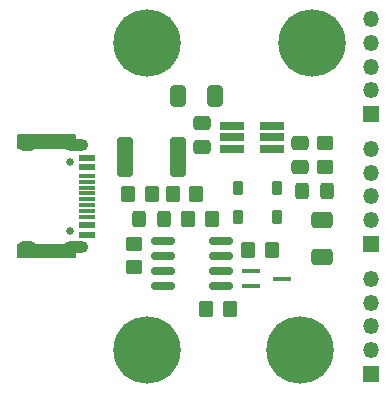
<source format=gbr>
%TF.GenerationSoftware,KiCad,Pcbnew,7.0.10*%
%TF.CreationDate,2024-02-13T22:16:17-05:00*%
%TF.ProjectId,USB-C-3-way-splitter,5553422d-432d-4332-9d77-61792d73706c,rev?*%
%TF.SameCoordinates,Original*%
%TF.FileFunction,Soldermask,Top*%
%TF.FilePolarity,Negative*%
%FSLAX46Y46*%
G04 Gerber Fmt 4.6, Leading zero omitted, Abs format (unit mm)*
G04 Created by KiCad (PCBNEW 7.0.10) date 2024-02-13 22:16:17*
%MOMM*%
%LPD*%
G01*
G04 APERTURE LIST*
G04 Aperture macros list*
%AMRoundRect*
0 Rectangle with rounded corners*
0 $1 Rounding radius*
0 $2 $3 $4 $5 $6 $7 $8 $9 X,Y pos of 4 corners*
0 Add a 4 corners polygon primitive as box body*
4,1,4,$2,$3,$4,$5,$6,$7,$8,$9,$2,$3,0*
0 Add four circle primitives for the rounded corners*
1,1,$1+$1,$2,$3*
1,1,$1+$1,$4,$5*
1,1,$1+$1,$6,$7*
1,1,$1+$1,$8,$9*
0 Add four rect primitives between the rounded corners*
20,1,$1+$1,$2,$3,$4,$5,0*
20,1,$1+$1,$4,$5,$6,$7,0*
20,1,$1+$1,$6,$7,$8,$9,0*
20,1,$1+$1,$8,$9,$2,$3,0*%
G04 Aperture macros list end*
%ADD10RoundRect,0.250000X0.650000X-0.412500X0.650000X0.412500X-0.650000X0.412500X-0.650000X-0.412500X0*%
%ADD11RoundRect,0.250000X-0.412500X-0.650000X0.412500X-0.650000X0.412500X0.650000X-0.412500X0.650000X0*%
%ADD12C,5.700000*%
%ADD13R,2.000000X0.650000*%
%ADD14RoundRect,0.250000X-0.350000X-0.450000X0.350000X-0.450000X0.350000X0.450000X-0.350000X0.450000X0*%
%ADD15RoundRect,0.250000X0.450000X-0.350000X0.450000X0.350000X-0.450000X0.350000X-0.450000X-0.350000X0*%
%ADD16RoundRect,0.150000X-0.825000X-0.150000X0.825000X-0.150000X0.825000X0.150000X-0.825000X0.150000X0*%
%ADD17RoundRect,0.250000X0.350000X0.450000X-0.350000X0.450000X-0.350000X-0.450000X0.350000X-0.450000X0*%
%ADD18R,1.350000X1.350000*%
%ADD19O,1.350000X1.350000*%
%ADD20RoundRect,0.225000X0.225000X0.375000X-0.225000X0.375000X-0.225000X-0.375000X0.225000X-0.375000X0*%
%ADD21RoundRect,0.250000X-0.475000X0.337500X-0.475000X-0.337500X0.475000X-0.337500X0.475000X0.337500X0*%
%ADD22RoundRect,0.250000X0.475000X-0.337500X0.475000X0.337500X-0.475000X0.337500X-0.475000X-0.337500X0*%
%ADD23RoundRect,0.250000X-0.450000X0.350000X-0.450000X-0.350000X0.450000X-0.350000X0.450000X0.350000X0*%
%ADD24RoundRect,0.250000X-0.325000X-0.450000X0.325000X-0.450000X0.325000X0.450000X-0.325000X0.450000X0*%
%ADD25R,1.500000X0.450000*%
%ADD26C,0.650000*%
%ADD27R,1.450000X0.600000*%
%ADD28R,1.450000X0.300000*%
%ADD29O,2.100000X1.000000*%
%ADD30O,1.600000X1.000000*%
%ADD31RoundRect,0.250000X-0.400000X-1.450000X0.400000X-1.450000X0.400000X1.450000X-0.400000X1.450000X0*%
G04 APERTURE END LIST*
D10*
%TO.C,C4*%
X24800000Y-5162500D03*
X24800000Y-2037500D03*
%TD*%
D11*
%TO.C,C3*%
X15762500Y8500000D03*
X12637500Y8500000D03*
%TD*%
D12*
%TO.C,H4*%
X23000000Y-13000000D03*
%TD*%
%TO.C,H3*%
X10000000Y-13000000D03*
%TD*%
%TO.C,H2*%
X24000000Y13000000D03*
%TD*%
%TO.C,H1*%
X10000000Y13000000D03*
%TD*%
D13*
%TO.C,U2*%
X20610000Y4050000D03*
X20610000Y5000000D03*
X20610000Y5950000D03*
X17190000Y5950000D03*
X17190000Y5000000D03*
X17190000Y4050000D03*
%TD*%
D14*
%TO.C,R2*%
X15000000Y-9500000D03*
X17000000Y-9500000D03*
%TD*%
D15*
%TO.C,R1*%
X8900000Y-6000000D03*
X8900000Y-4000000D03*
%TD*%
D16*
%TO.C,U1*%
X16275000Y-3800000D03*
X16275000Y-5070000D03*
X16275000Y-6340000D03*
X16275000Y-7610000D03*
X11325000Y-7610000D03*
X11325000Y-6340000D03*
X11325000Y-5070000D03*
X11325000Y-3800000D03*
%TD*%
D14*
%TO.C,R7*%
X13500000Y-1900000D03*
X15500000Y-1900000D03*
%TD*%
%TO.C,R6*%
X12200000Y200000D03*
X14200000Y200000D03*
%TD*%
D17*
%TO.C,R3*%
X20600000Y-4500000D03*
X18600000Y-4500000D03*
%TD*%
D18*
%TO.C,J4*%
X29000000Y7000000D03*
D19*
X29000000Y9000000D03*
X29000000Y11000000D03*
X29000000Y13000000D03*
X29000000Y15000000D03*
%TD*%
D18*
%TO.C,J3*%
X29000000Y-4000000D03*
D19*
X29000000Y-2000000D03*
X29000000Y0D03*
X29000000Y2000000D03*
X29000000Y4000000D03*
%TD*%
D18*
%TO.C,J2*%
X29000000Y-15000000D03*
D19*
X29000000Y-13000000D03*
X29000000Y-11000000D03*
X29000000Y-9000000D03*
X29000000Y-7000000D03*
%TD*%
D20*
%TO.C,D5*%
X21000000Y-1700000D03*
X17700000Y-1700000D03*
%TD*%
%TO.C,D4*%
X21000000Y700000D03*
X17700000Y700000D03*
%TD*%
D21*
%TO.C,C2*%
X23000000Y4537500D03*
X23000000Y2462500D03*
%TD*%
D22*
%TO.C,C1*%
X14700000Y4162500D03*
X14700000Y6237500D03*
%TD*%
D23*
%TO.C,R5*%
X25100000Y4500000D03*
X25100000Y2500000D03*
%TD*%
D14*
%TO.C,R4*%
X8400000Y200000D03*
X10400000Y200000D03*
%TD*%
D24*
%TO.C,D3*%
X23175000Y500000D03*
X25225000Y500000D03*
%TD*%
%TO.C,D2*%
X9375000Y-1900000D03*
X11425000Y-1900000D03*
%TD*%
D25*
%TO.C,D1*%
X18800000Y-6300000D03*
X18800000Y-7600000D03*
X21460000Y-6950000D03*
%TD*%
D26*
%TO.C,J1*%
X3500000Y2890000D03*
X3500000Y-2890000D03*
D27*
X4945000Y3250000D03*
X4945000Y2450000D03*
D28*
X4945000Y1250000D03*
X4945000Y250000D03*
X4945000Y-250000D03*
X4945000Y-1250000D03*
D27*
X4945000Y-2450000D03*
X4945000Y-3250000D03*
X4945000Y-3250000D03*
X4945000Y-2450000D03*
D28*
X4945000Y-1750000D03*
X4945000Y-750000D03*
X4945000Y750000D03*
X4945000Y1750000D03*
D27*
X4945000Y2450000D03*
X4945000Y3250000D03*
D29*
X4030000Y4320000D03*
D30*
X-150000Y4320000D03*
D29*
X4030000Y-4320000D03*
D30*
X-150000Y-4320000D03*
%TD*%
D31*
%TO.C,F1*%
X8175000Y3300000D03*
X12625000Y3300000D03*
%TD*%
G36*
X3943039Y-4019685D02*
G01*
X3988794Y-4072489D01*
X4000000Y-4124000D01*
X4000000Y-5126000D01*
X3980315Y-5193039D01*
X3927511Y-5238794D01*
X3876000Y-5250000D01*
X-876000Y-5250000D01*
X-943039Y-5230315D01*
X-988794Y-5177511D01*
X-1000000Y-5126000D01*
X-1000000Y-4124000D01*
X-980315Y-4056961D01*
X-927511Y-4011206D01*
X-876000Y-4000000D01*
X3876000Y-4000000D01*
X3943039Y-4019685D01*
G37*
G36*
X3943039Y5230315D02*
G01*
X3988794Y5177511D01*
X4000000Y5126000D01*
X4000000Y4124000D01*
X3980315Y4056961D01*
X3927511Y4011206D01*
X3876000Y4000000D01*
X-876000Y4000000D01*
X-943039Y4019685D01*
X-988794Y4072489D01*
X-1000000Y4124000D01*
X-1000000Y5126000D01*
X-980315Y5193039D01*
X-927511Y5238794D01*
X-876000Y5250000D01*
X3876000Y5250000D01*
X3943039Y5230315D01*
G37*
M02*

</source>
